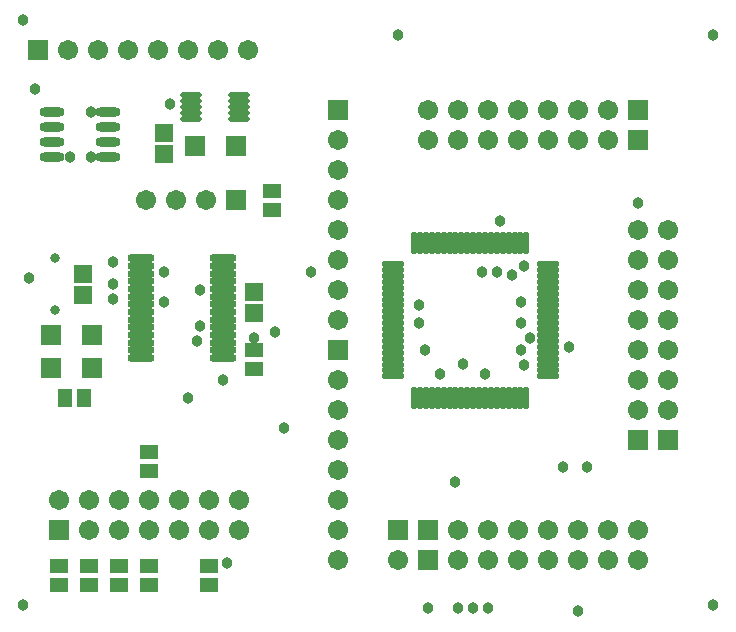
<source format=gts>
%FSAX25Y25*%
%MOIN*%
G70*
G01*
G75*
G04 Layer_Color=8388736*
%ADD10O,0.06496X0.01181*%
%ADD11R,0.05906X0.05906*%
%ADD12O,0.07480X0.02362*%
%ADD13O,0.08268X0.01772*%
%ADD14R,0.05118X0.03937*%
%ADD15O,0.01181X0.06890*%
%ADD16O,0.06890X0.01181*%
%ADD17R,0.05512X0.05512*%
%ADD18R,0.03937X0.05118*%
%ADD19C,0.01000*%
%ADD20C,0.01400*%
%ADD21C,0.02000*%
%ADD22C,0.01200*%
%ADD23C,0.01600*%
%ADD24C,0.05906*%
%ADD25C,0.02362*%
%ADD26R,0.05906X0.05906*%
%ADD27C,0.03000*%
%ADD28R,0.09843X0.07874*%
%ADD29R,0.09055X0.01969*%
%ADD30C,0.00984*%
%ADD31C,0.02362*%
%ADD32C,0.00787*%
%ADD33C,0.00800*%
%ADD34O,0.07296X0.01981*%
%ADD35R,0.06706X0.06706*%
%ADD36O,0.08280X0.03162*%
%ADD37O,0.09068X0.02572*%
%ADD38R,0.05918X0.04737*%
%ADD39O,0.01981X0.07690*%
%ADD40O,0.07690X0.01981*%
%ADD41R,0.06312X0.06312*%
%ADD42R,0.04737X0.05918*%
%ADD43C,0.06706*%
%ADD44C,0.03162*%
%ADD45R,0.06706X0.06706*%
%ADD46C,0.03800*%
D34*
X0287071Y0517063D02*
D03*
X0287071Y0519031D02*
D03*
X0287071Y0521000D02*
D03*
X0287071Y0522968D02*
D03*
X0287071Y0524937D02*
D03*
X0270929Y0517063D02*
D03*
X0270929Y0519031D02*
D03*
X0270929Y0521000D02*
D03*
X0270929Y0522968D02*
D03*
X0270929Y0524937D02*
D03*
D35*
X0224110Y0445000D02*
D03*
X0237890Y0445000D02*
D03*
X0224110Y0434000D02*
D03*
X0237890Y0434000D02*
D03*
X0285890Y0508000D02*
D03*
X0272110Y0508000D02*
D03*
X0350000Y0370000D02*
D03*
X0420000Y0520000D02*
D03*
X0227000Y0380000D02*
D03*
X0286000Y0490000D02*
D03*
X0350000Y0380000D02*
D03*
X0220000Y0540000D02*
D03*
X0420000Y0510000D02*
D03*
D36*
X0243252Y0504500D02*
D03*
X0243252Y0509500D02*
D03*
X0243252Y0514500D02*
D03*
X0243252Y0519500D02*
D03*
X0224748Y0504500D02*
D03*
X0224748Y0509500D02*
D03*
X0224748Y0514500D02*
D03*
X0224748Y0519500D02*
D03*
D37*
X0254417Y0470634D02*
D03*
X0254417Y0468075D02*
D03*
X0254417Y0465516D02*
D03*
X0254417Y0462957D02*
D03*
X0254417Y0460398D02*
D03*
X0254417Y0457839D02*
D03*
X0254417Y0455279D02*
D03*
X0254417Y0452720D02*
D03*
X0254417Y0450161D02*
D03*
X0254417Y0447602D02*
D03*
X0254417Y0445043D02*
D03*
X0254417Y0442484D02*
D03*
X0254417Y0439925D02*
D03*
X0254417Y0437366D02*
D03*
X0281583Y0470634D02*
D03*
X0281583Y0468075D02*
D03*
X0281583Y0465516D02*
D03*
X0281583Y0462957D02*
D03*
X0281583Y0460398D02*
D03*
X0281583Y0457839D02*
D03*
X0281583Y0455279D02*
D03*
X0281583Y0452720D02*
D03*
X0281583Y0450161D02*
D03*
X0281583Y0447602D02*
D03*
X0281583Y0445043D02*
D03*
X0281583Y0442484D02*
D03*
X0281583Y0439925D02*
D03*
X0281583Y0437366D02*
D03*
D38*
X0257000Y0406150D02*
D03*
X0257000Y0399850D02*
D03*
X0227000Y0368150D02*
D03*
X0227000Y0361850D02*
D03*
X0237000Y0368150D02*
D03*
X0237000Y0361850D02*
D03*
X0247000Y0368150D02*
D03*
X0247000Y0361850D02*
D03*
X0277000Y0368150D02*
D03*
X0277000Y0361850D02*
D03*
X0257000Y0368150D02*
D03*
X0257000Y0361850D02*
D03*
X0298000Y0486850D02*
D03*
X0298000Y0493150D02*
D03*
X0292000Y0440150D02*
D03*
X0292000Y0433850D02*
D03*
D39*
X0345299Y0475886D02*
D03*
X0347268Y0475886D02*
D03*
X0349236Y0475886D02*
D03*
X0351205Y0475886D02*
D03*
X0353173Y0475886D02*
D03*
X0355142Y0475886D02*
D03*
X0357110Y0475886D02*
D03*
X0359079Y0475886D02*
D03*
X0361047Y0475886D02*
D03*
X0363016Y0475886D02*
D03*
X0364984Y0475886D02*
D03*
X0366953Y0475886D02*
D03*
X0368921Y0475886D02*
D03*
X0370890Y0475886D02*
D03*
X0372858Y0475886D02*
D03*
X0374827Y0475886D02*
D03*
X0376795Y0475886D02*
D03*
X0378764Y0475886D02*
D03*
X0380732Y0475886D02*
D03*
X0382701Y0475886D02*
D03*
X0382701Y0424114D02*
D03*
X0380732Y0424114D02*
D03*
X0378764Y0424114D02*
D03*
X0376795Y0424114D02*
D03*
X0374827Y0424114D02*
D03*
X0372858Y0424114D02*
D03*
X0370890Y0424114D02*
D03*
X0368921Y0424114D02*
D03*
X0366953Y0424114D02*
D03*
X0364984Y0424114D02*
D03*
X0363016Y0424114D02*
D03*
X0361047Y0424114D02*
D03*
X0359079Y0424114D02*
D03*
X0357110Y0424114D02*
D03*
X0355142Y0424114D02*
D03*
X0353173Y0424114D02*
D03*
X0351205Y0424114D02*
D03*
X0349236Y0424114D02*
D03*
X0347268Y0424114D02*
D03*
X0345299Y0424114D02*
D03*
D40*
X0389886Y0468701D02*
D03*
X0389886Y0466732D02*
D03*
X0389886Y0464764D02*
D03*
X0389886Y0462795D02*
D03*
X0389886Y0460827D02*
D03*
X0389886Y0458858D02*
D03*
X0389886Y0456890D02*
D03*
X0389886Y0454921D02*
D03*
X0389886Y0452953D02*
D03*
X0389886Y0450984D02*
D03*
X0389886Y0449016D02*
D03*
X0389886Y0447047D02*
D03*
X0389886Y0445079D02*
D03*
X0389886Y0443110D02*
D03*
X0389886Y0441142D02*
D03*
X0389886Y0439173D02*
D03*
X0389886Y0437205D02*
D03*
X0389886Y0435236D02*
D03*
X0389886Y0433268D02*
D03*
X0389886Y0431299D02*
D03*
X0338114Y0431299D02*
D03*
X0338114Y0433268D02*
D03*
X0338114Y0435236D02*
D03*
X0338114Y0437205D02*
D03*
X0338114Y0439173D02*
D03*
X0338114Y0441142D02*
D03*
X0338114Y0443110D02*
D03*
X0338114Y0445079D02*
D03*
X0338114Y0447047D02*
D03*
X0338114Y0449016D02*
D03*
X0338114Y0450984D02*
D03*
X0338114Y0452953D02*
D03*
X0338114Y0454921D02*
D03*
X0338114Y0456890D02*
D03*
X0338114Y0458858D02*
D03*
X0338114Y0460827D02*
D03*
X0338114Y0462795D02*
D03*
X0338114Y0464764D02*
D03*
X0338114Y0466732D02*
D03*
X0338114Y0468701D02*
D03*
D41*
X0235000Y0465543D02*
D03*
X0235000Y0458457D02*
D03*
X0292000Y0452457D02*
D03*
X0292000Y0459543D02*
D03*
X0262000Y0505457D02*
D03*
X0262000Y0512543D02*
D03*
D42*
X0228850Y0424000D02*
D03*
X0235150Y0424000D02*
D03*
D43*
X0360000Y0370000D02*
D03*
X0370000Y0370000D02*
D03*
X0380000Y0370000D02*
D03*
X0390000Y0370000D02*
D03*
X0400000Y0370000D02*
D03*
X0410000Y0370000D02*
D03*
X0420000Y0370000D02*
D03*
X0410000Y0520000D02*
D03*
X0400000Y0520000D02*
D03*
X0390000Y0520000D02*
D03*
X0380000Y0520000D02*
D03*
X0370000Y0520000D02*
D03*
X0360000Y0520000D02*
D03*
X0350000Y0520000D02*
D03*
X0227000Y0390000D02*
D03*
X0237000Y0380000D02*
D03*
X0237000Y0390000D02*
D03*
X0247000Y0380000D02*
D03*
X0247000Y0390000D02*
D03*
X0257000Y0380000D02*
D03*
X0257000Y0390000D02*
D03*
X0267000Y0380000D02*
D03*
X0267000Y0390000D02*
D03*
X0277000Y0380000D02*
D03*
X0277000Y0390000D02*
D03*
X0287000Y0380000D02*
D03*
X0287000Y0390000D02*
D03*
X0256000Y0490000D02*
D03*
X0266000Y0490000D02*
D03*
X0276000Y0490000D02*
D03*
X0420000Y0420000D02*
D03*
X0420000Y0430000D02*
D03*
X0420000Y0440000D02*
D03*
X0420000Y0450000D02*
D03*
X0420000Y0460000D02*
D03*
X0420000Y0470000D02*
D03*
X0420000Y0480000D02*
D03*
X0360000Y0380000D02*
D03*
X0370000Y0380000D02*
D03*
X0380000Y0380000D02*
D03*
X0390000Y0380000D02*
D03*
X0400000Y0380000D02*
D03*
X0410000Y0380000D02*
D03*
X0420000Y0380000D02*
D03*
X0320000Y0430000D02*
D03*
X0320000Y0420000D02*
D03*
X0320000Y0410000D02*
D03*
X0320000Y0400000D02*
D03*
X0320000Y0390000D02*
D03*
X0320000Y0380000D02*
D03*
X0320000Y0370000D02*
D03*
X0230000Y0540000D02*
D03*
X0240000Y0540000D02*
D03*
X0250000Y0540000D02*
D03*
X0260000Y0540000D02*
D03*
X0270000Y0540000D02*
D03*
X0280000Y0540000D02*
D03*
X0290000Y0540000D02*
D03*
X0320000Y0510000D02*
D03*
X0320000Y0500000D02*
D03*
X0320000Y0490000D02*
D03*
X0320000Y0480000D02*
D03*
X0320000Y0470000D02*
D03*
X0320000Y0460000D02*
D03*
X0320000Y0450000D02*
D03*
X0410000Y0510000D02*
D03*
X0400000Y0510000D02*
D03*
X0390000Y0510000D02*
D03*
X0380000Y0510000D02*
D03*
X0370000Y0510000D02*
D03*
X0360000Y0510000D02*
D03*
X0350000Y0510000D02*
D03*
X0430000Y0420000D02*
D03*
X0430000Y0430000D02*
D03*
X0430000Y0440000D02*
D03*
X0430000Y0450000D02*
D03*
X0430000Y0460000D02*
D03*
X0430000Y0470000D02*
D03*
X0430000Y0480000D02*
D03*
X0340000Y0370000D02*
D03*
D44*
X0225669Y0453339D02*
D03*
X0225669Y0470661D02*
D03*
D45*
X0420000Y0410000D02*
D03*
X0320000Y0440000D02*
D03*
X0320000Y0520000D02*
D03*
X0430000Y0410000D02*
D03*
X0340000Y0380000D02*
D03*
D46*
X0270000Y0424000D02*
D03*
X0361639Y0435361D02*
D03*
X0381000Y0449000D02*
D03*
X0381000Y0456000D02*
D03*
X0299000Y0446000D02*
D03*
X0274000Y0460000D02*
D03*
X0274000Y0448000D02*
D03*
X0370000Y0354000D02*
D03*
X0360000Y0354000D02*
D03*
X0350000Y0354000D02*
D03*
X0382000Y0435000D02*
D03*
X0381000Y0440000D02*
D03*
X0384000Y0444000D02*
D03*
X0397000Y0441000D02*
D03*
X0347000Y0455000D02*
D03*
X0420000Y0489000D02*
D03*
X0403000Y0401000D02*
D03*
X0395000Y0401000D02*
D03*
X0264000Y0522000D02*
D03*
X0369000Y0432000D02*
D03*
X0354000Y0432000D02*
D03*
X0281583Y0430000D02*
D03*
X0382000Y0468000D02*
D03*
X0378000Y0465000D02*
D03*
X0373000Y0466000D02*
D03*
X0374000Y0483000D02*
D03*
X0368000Y0466000D02*
D03*
X0292000Y0444000D02*
D03*
X0273000Y0443000D02*
D03*
X0219000Y0527000D02*
D03*
X0230500Y0504500D02*
D03*
X0237500Y0504500D02*
D03*
X0237500Y0519500D02*
D03*
X0262000Y0456000D02*
D03*
X0245000Y0457000D02*
D03*
X0245000Y0462000D02*
D03*
X0245000Y0469500D02*
D03*
X0262000Y0466000D02*
D03*
X0347000Y0449000D02*
D03*
X0359000Y0396000D02*
D03*
X0400000Y0353000D02*
D03*
X0445000Y0355000D02*
D03*
X0445000Y0545000D02*
D03*
X0215000Y0550000D02*
D03*
X0217000Y0464000D02*
D03*
X0215000Y0355000D02*
D03*
X0283000Y0369000D02*
D03*
X0302000Y0414000D02*
D03*
X0349000Y0440000D02*
D03*
X0311000Y0466000D02*
D03*
X0365000Y0354000D02*
D03*
X0340000Y0545000D02*
D03*
M02*

</source>
